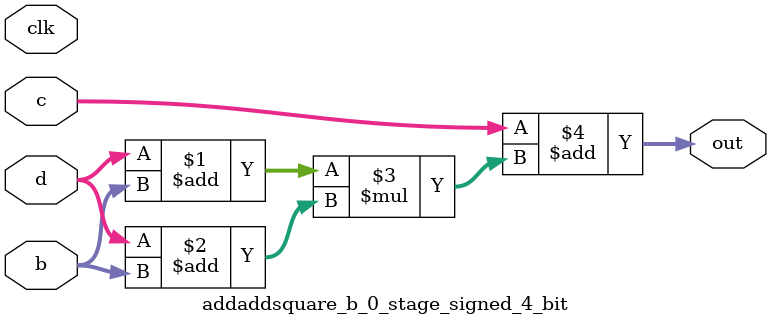
<source format=sv>
(* use_dsp = "yes" *) module addaddsquare_b_0_stage_signed_4_bit(
	input signed [3:0] b,
	input signed [3:0] c,
	input signed [3:0] d,
	output [3:0] out,
	input clk);

	assign out = c + ((d + b) * (d + b));
endmodule

</source>
